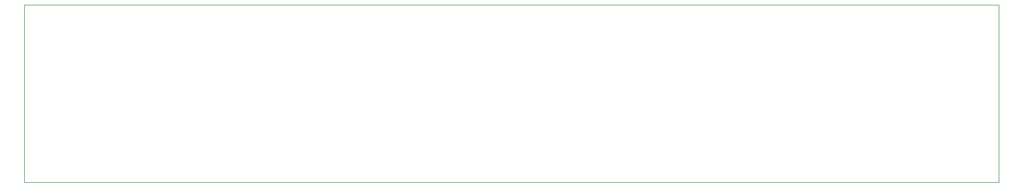
<source format=gbr>
G04 #@! TF.GenerationSoftware,KiCad,Pcbnew,7.0.7-146-g6b43bb8fe3*
G04 #@! TF.CreationDate,2023-10-06T16:17:06+01:00*
G04 #@! TF.ProjectId,A3010PoduleCarrierPlate,41333031-3050-46f6-9475-6c6543617272,01a*
G04 #@! TF.SameCoordinates,Original*
G04 #@! TF.FileFunction,Profile,NP*
%FSLAX46Y46*%
G04 Gerber Fmt 4.6, Leading zero omitted, Abs format (unit mm)*
G04 Created by KiCad (PCBNEW 7.0.7-146-g6b43bb8fe3) date 2023-10-06 16:17:06*
%MOMM*%
%LPD*%
G01*
G04 APERTURE LIST*
G04 #@! TA.AperFunction,Profile*
%ADD10C,0.050000*%
G04 #@! TD*
G04 APERTURE END LIST*
D10*
X224046000Y-102545000D02*
X71046000Y-102545000D01*
X224046000Y-74545000D02*
X224046000Y-102545000D01*
X71046000Y-102545000D02*
X71046000Y-74545000D01*
X71046000Y-74545000D02*
X224046000Y-74545000D01*
M02*

</source>
